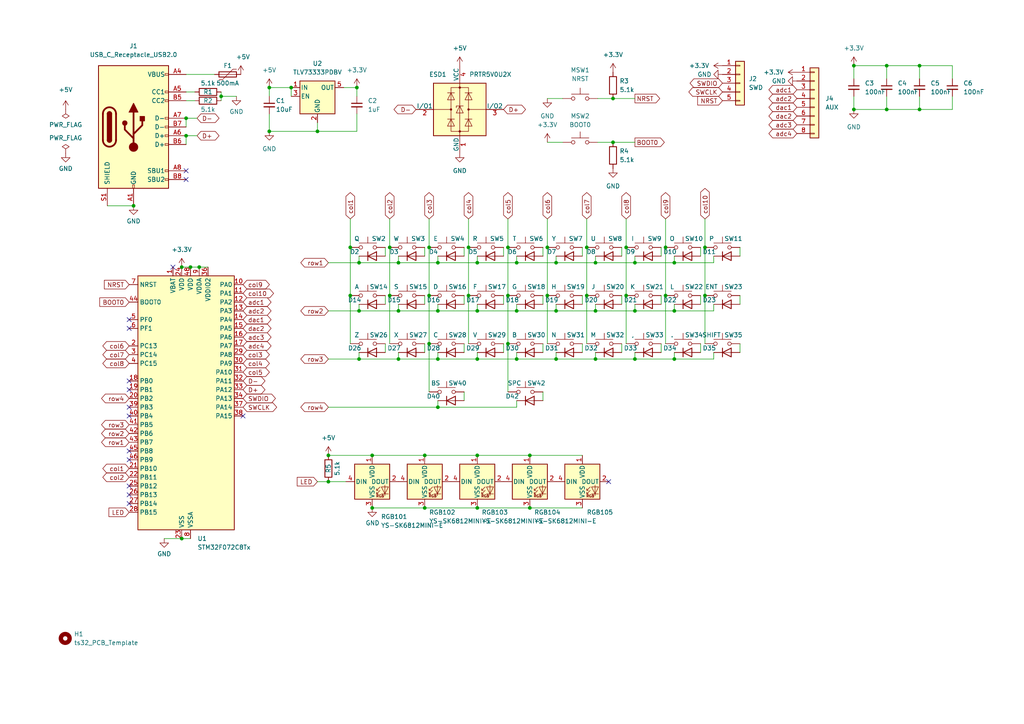
<source format=kicad_sch>
(kicad_sch (version 20230121) (generator eeschema)
  (paper "A4")
  (title_block (title "Treadstone32") (date "2024-01-03") (rev "2.0.0"))
  (lib_symbols
    (symbol "Connector:USB_C_Receptacle_USB2.0" (pin_names (offset 1.016))
      (property "Reference" "J" (at -10.16 19.05 0))
      (property "Value" "USB_C_Receptacle_USB2.0" (at 19.05 19.05 0))
      (symbol "USB_C_Receptacle_USB2.0_1_1"
        (pin passive line (at 0 -22.86 90) (length 5.08) (name "GND") (number "A1"))
        (pin passive line (at 0 -22.86 90) (length 5.08) hide (name "GND") (number "A12"))
        (pin passive line (at 15.24 15.24 180) (length 5.08) (name "VBUS") (number "A4"))
        (pin bidirectional line (at 15.24 10.16 180) (length 5.08) (name "CC1") (number "A5"))
        (pin bidirectional line (at 15.24 -2.54 180) (length 5.08) (name "D+") (number "A6"))
        (pin bidirectional line (at 15.24 2.54 180) (length 5.08) (name "D-") (number "A7"))
        (pin bidirectional line (at 15.24 -12.7 180) (length 5.08) (name "SBU1") (number "A8"))
        (pin passive line (at 15.24 15.24 180) (length 5.08) hide (name "VBUS") (number "A9"))
        (pin passive line (at 0 -22.86 90) (length 5.08) hide (name "GND") (number "B1"))
        (pin passive line (at 0 -22.86 90) (length 5.08) hide (name "GND") (number "B12"))
        (pin passive line (at 15.24 15.24 180) (length 5.08) hide (name "VBUS") (number "B4"))
        (pin bidirectional line (at 15.24 7.62 180) (length 5.08) (name "CC2") (number "B5"))
        (pin bidirectional line (at 15.24 -5.08 180) (length 5.08) (name "D+") (number "B6"))
        (pin bidirectional line (at 15.24 0 180) (length 5.08) (name "D-") (number "B7"))
        (pin bidirectional line (at 15.24 -15.24 180) (length 5.08) (name "SBU2") (number "B8"))
        (pin passive line (at 15.24 15.24 180) (length 5.08) hide (name "VBUS") (number "B9"))
        (pin passive line (at -7.62 -22.86 90) (length 5.08) (name "SHIELD") (number "S1"))
      )
    )
    (symbol "Connector_Generic:Conn_01x05" (pin_names (offset 1.016) hide)
      (property "Reference" "J" (at 0 7.62 0))
      (property "Value" "Conn_01x05" (at 0 -7.62 0))
      (symbol "Conn_01x05_1_1"
        (pin passive line (at -5.08 5.08 0) (length 3.81) (name "Pin_1") (number "1"))
        (pin passive line (at -5.08 2.54 0) (length 3.81) (name "Pin_2") (number "2"))
        (pin passive line (at -5.08 0 0) (length 3.81) (name "Pin_3") (number "3"))
        (pin passive line (at -5.08 -2.54 0) (length 3.81) (name "Pin_4") (number "4"))
        (pin passive line (at -5.08 -5.08 0) (length 3.81) (name "Pin_5") (number "5"))
      )
    )
    (symbol "Connector_Generic:Conn_01x08" (pin_names (offset 1.016) hide)
      (property "Reference" "J" (at 0 10.16 0))
      (property "Value" "Conn_01x08" (at 0 -12.7 0))
      (symbol "Conn_01x08_1_1"
        (pin passive line (at -5.08 7.62 0) (length 3.81) (name "Pin_1") (number "1"))
        (pin passive line (at -5.08 5.08 0) (length 3.81) (name "Pin_2") (number "2"))
        (pin passive line (at -5.08 2.54 0) (length 3.81) (name "Pin_3") (number "3"))
        (pin passive line (at -5.08 0 0) (length 3.81) (name "Pin_4") (number "4"))
        (pin passive line (at -5.08 -2.54 0) (length 3.81) (name "Pin_5") (number "5"))
        (pin passive line (at -5.08 -5.08 0) (length 3.81) (name "Pin_6") (number "6"))
        (pin passive line (at -5.08 -7.62 0) (length 3.81) (name "Pin_7") (number "7"))
        (pin passive line (at -5.08 -10.16 0) (length 3.81) (name "Pin_8") (number "8"))
      )
    )
    (symbol "Device:C_Small" (pin_numbers hide) (pin_names (offset 0.254) hide)
      (property "Reference" "C" (at 0.254 1.778 0))
      (property "Value" "C_Small" (at 0.254 -2.032 0))
      (symbol "C_Small_1_1"
        (pin passive line (at 0 2.54 270) (length 2.032) (name "~") (number "1"))
        (pin passive line (at 0 -2.54 90) (length 2.032) (name "~") (number "2"))
      )
    )
    (symbol "Device:Polyfuse" (pin_numbers hide) (pin_names (offset 0))
      (property "Reference" "F" (at -2.54 0 90))
      (property "Value" "Polyfuse" (at 2.54 0 90))
      (symbol "Polyfuse_1_1"
        (pin passive line (at 0 3.81 270) (length 1.27) (name "~") (number "1"))
        (pin passive line (at 0 -3.81 90) (length 1.27) (name "~") (number "2"))
      )
    )
    (symbol "Device:R" (pin_numbers hide) (pin_names (offset 0))
      (property "Reference" "R" (at 2.032 0 90))
      (property "Value" "R" (at 0 0 90))
      (symbol "R_1_1"
        (pin passive line (at 0 3.81 270) (length 1.27) (name "~") (number "1"))
        (pin passive line (at 0 -3.81 90) (length 1.27) (name "~") (number "2"))
      )
    )
    (symbol "Diode:1N4148W" (pin_numbers hide) (pin_names hide)
      (property "Reference" "D" (at 0 2.54 0))
      (property "Value" "1N4148W" (at 0 -2.54 0))
      (symbol "1N4148W_1_1"
        (pin passive line (at -3.81 0 0) (length 2.54) (name "K") (number "1"))
        (pin passive line (at 3.81 0 180) (length 2.54) (name "A") (number "2"))
      )
    )
    (symbol "LED:WS2812B" (pin_names (offset 0.254))
      (property "Reference" "D" (at 5.08 5.715 0))
      (property "Value" "WS2812B" (at 1.27 -5.715 0))
      (symbol "WS2812B_0_0"
        (text "RGB" (at 2.286 -4.191 0) (effects (font (size 0.762 0.762))))
      )
      (symbol "WS2812B_1_1"
        (pin power_in line (at 0 7.62 270) (length 2.54) (name "VDD") (number "1"))
        (pin output line (at 7.62 0 180) (length 2.54) (name "DOUT") (number "2"))
        (pin power_in line (at 0 -7.62 90) (length 2.54) (name "VSS") (number "3"))
        (pin input line (at -7.62 0 0) (length 2.54) (name "DIN") (number "4"))
      )
    )
    (symbol "MCU_ST_STM32F0:STM32F072C8Tx"
      (property "Reference" "U" (at -12.7 39.37 0))
      (property "Value" "STM32F072C8Tx" (at 10.16 39.37 0))
      (symbol "STM32F072C8Tx_1_1"
        (pin power_in line (at -2.54 40.64 270) (length 2.54) (name "VBAT") (number "1"))
        (pin bidirectional line (at 17.78 35.56 180) (length 2.54) (name "PA0") (number "10"))
        (pin bidirectional line (at 17.78 33.02 180) (length 2.54) (name "PA1") (number "11"))
        (pin bidirectional line (at 17.78 30.48 180) (length 2.54) (name "PA2") (number "12"))
        (pin bidirectional line (at 17.78 27.94 180) (length 2.54) (name "PA3") (number "13"))
        (pin bidirectional line (at 17.78 25.4 180) (length 2.54) (name "PA4") (number "14"))
        (pin bidirectional line (at 17.78 22.86 180) (length 2.54) (name "PA5") (number "15"))
        (pin bidirectional line (at 17.78 20.32 180) (length 2.54) (name "PA6") (number "16"))
        (pin bidirectional line (at 17.78 17.78 180) (length 2.54) (name "PA7") (number "17"))
        (pin bidirectional line (at -15.24 7.62 0) (length 2.54) (name "PB0") (number "18"))
        (pin bidirectional line (at -15.24 5.08 0) (length 2.54) (name "PB1") (number "19"))
        (pin bidirectional line (at -15.24 17.78 0) (length 2.54) (name "PC13") (number "2"))
        (pin bidirectional line (at -15.24 2.54 0) (length 2.54) (name "PB2") (number "20"))
        (pin bidirectional line (at -15.24 -17.78 0) (length 2.54) (name "PB10") (number "21"))
        (pin bidirectional line (at -15.24 -20.32 0) (length 2.54) (name "PB11") (number "22"))
        (pin power_in line (at 0 -38.1 90) (length 2.54) (name "VSS") (number "23"))
        (pin power_in line (at 0 40.64 270) (length 2.54) (name "VDD") (number "24"))
        (pin bidirectional line (at -15.24 -22.86 0) (length 2.54) (name "PB12") (number "25"))
        (pin bidirectional line (at -15.24 -25.4 0) (length 2.54) (name "PB13") (number "26"))
        (pin bidirectional line (at -15.24 -27.94 0) (length 2.54) (name "PB14") (number "27"))
        (pin bidirectional line (at -15.24 -30.48 0) (length 2.54) (name "PB15") (number "28"))
        (pin bidirectional line (at 17.78 15.24 180) (length 2.54) (name "PA8") (number "29"))
        (pin bidirectional line (at -15.24 15.24 0) (length 2.54) (name "PC14") (number "3"))
        (pin bidirectional line (at 17.78 12.7 180) (length 2.54) (name "PA9") (number "30"))
        (pin bidirectional line (at 17.78 10.16 180) (length 2.54) (name "PA10") (number "31"))
        (pin bidirectional line (at 17.78 7.62 180) (length 2.54) (name "PA11") (number "32"))
        (pin bidirectional line (at 17.78 5.08 180) (length 2.54) (name "PA12") (number "33"))
        (pin bidirectional line (at 17.78 2.54 180) (length 2.54) (name "PA13") (number "34"))
        (pin passive line (at 0 -38.1 90) (length 2.54) hide (name "VSS") (number "35"))
        (pin power_in line (at 7.62 40.64 270) (length 2.54) (name "VDDIO2") (number "36"))
        (pin bidirectional line (at 17.78 0 180) (length 2.54) (name "PA14") (number "37"))
        (pin bidirectional line (at 17.78 -2.54 180) (length 2.54) (name "PA15") (number "38"))
        (pin bidirectional line (at -15.24 0 0) (length 2.54) (name "PB3") (number "39"))
        (pin bidirectional line (at -15.24 12.7 0) (length 2.54) (name "PC15") (number "4"))
        (pin bidirectional line (at -15.24 -2.54 0) (length 2.54) (name "PB4") (number "40"))
        (pin bidirectional line (at -15.24 -5.08 0) (length 2.54) (name "PB5") (number "41"))
        (pin bidirectional line (at -15.24 -7.62 0) (length 2.54) (name "PB6") (number "42"))
        (pin bidirectional line (at -15.24 -10.16 0) (length 2.54) (name "PB7") (number "43"))
        (pin input line (at -15.24 30.48 0) (length 2.54) (name "BOOT0") (number "44"))
        (pin bidirectional line (at -15.24 -12.7 0) (length 2.54) (name "PB8") (number "45"))
        (pin bidirectional line (at -15.24 -15.24 0) (length 2.54) (name "PB9") (number "46"))
        (pin passive line (at 0 -38.1 90) (length 2.54) hide (name "VSS") (number "47"))
        (pin power_in line (at 2.54 40.64 270) (length 2.54) (name "VDD") (number "48"))
        (pin bidirectional line (at -15.24 25.4 0) (length 2.54) (name "PF0") (number "5"))
        (pin bidirectional line (at -15.24 22.86 0) (length 2.54) (name "PF1") (number "6"))
        (pin input line (at -15.24 35.56 0) (length 2.54) (name "NRST") (number "7"))
        (pin power_in line (at 2.54 -38.1 90) (length 2.54) (name "VSSA") (number "8"))
        (pin power_in line (at 5.08 40.64 270) (length 2.54) (name "VDDA") (number "9"))
      )
    )
    (symbol "Mechanical:MountingHole" (pin_names (offset 1.016))
      (property "Reference" "H" (at 0 5.08 0))
      (property "Value" "MountingHole" (at 0 3.175 0))
    )
    (symbol "Power_Protection:PRTR5V0U2X" (pin_names (offset 0))
      (property "Reference" "D" (at 2.794 8.636 0))
      (property "Value" "PRTR5V0U2X" (at 8.128 -9.398 0))
      (symbol "PRTR5V0U2X_1_1"
        (pin passive line (at 0 -12.7 90) (length 5.08) (name "GND") (number "1"))
        (pin passive line (at -12.7 0 0) (length 5.08) (name "I/O1") (number "2"))
        (pin passive line (at 12.7 0 180) (length 5.08) (name "I/O2") (number "3"))
        (pin passive line (at 0 12.7 270) (length 5.08) (name "VCC") (number "4"))
      )
    )
    (symbol "Regulator_Linear:TLV73333PDBV" (pin_names (offset 0.254))
      (property "Reference" "U" (at -3.81 5.715 0))
      (property "Value" "TLV73333PDBV" (at 0 5.715 0))
      (symbol "TLV73333PDBV_1_1"
        (pin power_in line (at -7.62 2.54 0) (length 2.54) (name "IN") (number "1"))
        (pin power_in line (at 0 -7.62 90) (length 2.54) (name "GND") (number "2"))
        (pin input line (at -7.62 0 0) (length 2.54) (name "EN") (number "3"))
        (pin no_connect line (at 5.08 0 180) (length 2.54) hide (name "NC") (number "4"))
        (pin power_out line (at 7.62 2.54 180) (length 2.54) (name "OUT") (number "5"))
      )
    )
    (symbol "Switch:SW_Push" (pin_numbers hide) (pin_names (offset 1.016) hide)
      (property "Reference" "SW" (at 1.27 2.54 0))
      (property "Value" "SW_Push" (at 0 -1.524 0))
      (symbol "SW_Push_0_1"
        (pin passive line (at -5.08 0 0) (length 2.54) (name "1") (number "1"))
        (pin passive line (at 5.08 0 180) (length 2.54) (name "2") (number "2"))
      )
    )
    (symbol "power:+3.3V" (power) (pin_names (offset 0))
      (property "Value" "+3.3V" (at 0 3.556 0))
      (symbol "+3.3V_1_1"
        (pin power_in line (at 0 0 90) (length 0) hide (name "+3.3V") (number "1"))
      )
    )
    (symbol "power:+5V" (power) (pin_names (offset 0))
      (property "Value" "+5V" (at 0 3.556 0))
      (symbol "+5V_1_1"
        (pin power_in line (at 0 0 90) (length 0) hide (name "+5V") (number "1"))
      )
    )
    (symbol "power:GND" (power) (pin_names (offset 0))
      (property "Value" "GND" (at 0 -3.81 0))
      (symbol "GND_1_1"
        (pin power_in line (at 0 0 270) (length 0) hide (name "GND") (number "1"))
      )
    )
    (symbol "power:PWR_FLAG" (power) (pin_numbers hide) (pin_names (offset 0) hide)
      (property "Value" "PWR_FLAG" (at 0 3.81 0))
      (symbol "PWR_FLAG_0_0"
        (pin power_out line (at 0 0 90) (length 0) (name "pwr") (number "1"))
      )
    )
  )
  (junction (at 247.65 19.05))
  (junction (at 177.8 28.575))
  (junction (at 53.975 39.37))
  (junction (at 95.25 139.7))
  (junction (at 127 90.17))
  (junction (at 115.57 76.2))
  (junction (at 266.7 19.05))
  (junction (at 55.245 77.47))
  (junction (at 170.18 85.725))
  (junction (at 103.505 25.4))
  (junction (at 161.29 104.14))
  (junction (at 149.86 76.2))
  (junction (at 138.43 147.32))
  (junction (at 138.43 132.08))
  (junction (at 149.86 90.17))
  (junction (at 107.95 147.32))
  (junction (at 172.72 104.14))
  (junction (at 184.15 104.14))
  (junction (at 123.19 147.32))
  (junction (at 84.455 25.4))
  (junction (at 193.04 71.755))
  (junction (at 135.89 85.725))
  (junction (at 158.75 71.755))
  (junction (at 138.43 76.2))
  (junction (at 123.19 132.08))
  (junction (at 195.58 104.14))
  (junction (at 147.32 85.725))
  (junction (at 138.43 90.17))
  (junction (at 193.04 85.725))
  (junction (at 113.03 85.725))
  (junction (at 104.14 104.14))
  (junction (at 177.8 41.275))
  (junction (at 257.175 19.05))
  (junction (at 115.57 90.17))
  (junction (at 153.67 132.08))
  (junction (at 161.29 76.2))
  (junction (at 127 118.11))
  (junction (at 113.03 71.755))
  (junction (at 78.105 25.4))
  (junction (at 184.15 90.17))
  (junction (at 127 76.2))
  (junction (at 124.46 71.755))
  (junction (at 38.735 59.69))
  (junction (at 181.61 85.725))
  (junction (at 170.18 71.755))
  (junction (at 172.72 76.2))
  (junction (at 57.785 77.47))
  (junction (at 52.705 77.47))
  (junction (at 115.57 104.14))
  (junction (at 95.25 132.08))
  (junction (at 104.14 90.17))
  (junction (at 247.65 31.75))
  (junction (at 172.72 90.17))
  (junction (at 101.6 71.755))
  (junction (at 53.975 34.29))
  (junction (at 153.67 147.32))
  (junction (at 124.46 99.695))
  (junction (at 184.15 76.2))
  (junction (at 101.6 85.725))
  (junction (at 147.32 71.755))
  (junction (at 195.58 76.2))
  (junction (at 64.135 27.94))
  (junction (at 107.95 132.08))
  (junction (at 149.86 104.14))
  (junction (at 127 104.14))
  (junction (at 161.29 90.17))
  (junction (at 138.43 104.14))
  (junction (at 147.32 99.695))
  (junction (at 266.7 31.75))
  (junction (at 78.105 38.1))
  (junction (at 124.46 85.725))
  (junction (at 135.89 71.755))
  (junction (at 195.58 90.17))
  (junction (at 158.75 85.725))
  (junction (at 204.47 71.755))
  (junction (at 92.075 38.1))
  (junction (at 257.175 31.75))
  (junction (at 204.47 85.725))
  (junction (at 52.705 156.21))
  (junction (at 104.14 76.2))
  (junction (at 181.61 71.755))
  (no_connect (at 37.465 130.81))
  (no_connect (at 37.465 92.71))
  (no_connect (at 37.465 143.51))
  (no_connect (at 37.465 95.25))
  (no_connect (at 70.485 120.65))
  (no_connect (at 37.465 120.65))
  (no_connect (at 50.165 77.47))
  (no_connect (at 37.465 133.35))
  (no_connect (at 37.465 118.11))
  (no_connect (at 37.465 113.03))
  (no_connect (at 37.465 110.49))
  (no_connect (at 37.465 140.97))
  (no_connect (at 176.53 139.7))
  (no_connect (at 37.465 146.05))
  (no_connect (at 53.975 52.07))
  (no_connect (at 53.975 49.53))
  (wire (pts (xy 204.47 85.725) (xy 204.47 99.695)))
  (wire (pts (xy 146.05 99.695) (xy 146.05 102.235)))
  (wire (pts (xy 207.01 102.235) (xy 207.01 104.14)))
  (wire (pts (xy 135.89 85.725) (xy 135.89 99.695)))
  (wire (pts (xy 104.14 74.295) (xy 104.14 76.2)))
  (wire (pts (xy 135.89 63.5) (xy 135.89 71.755)))
  (wire (pts (xy 115.57 104.14) (xy 127 104.14)))
  (wire (pts (xy 149.86 116.205) (xy 149.86 118.11)))
  (wire (pts (xy 113.03 63.5) (xy 113.03 71.755)))
  (wire (pts (xy 172.72 76.2) (xy 184.15 76.2)))
  (wire (pts (xy 180.34 99.695) (xy 180.34 102.235)))
  (wire (pts (xy 107.95 132.08) (xy 123.19 132.08)))
  (wire (pts (xy 247.65 19.05) (xy 247.65 22.86)))
  (wire (pts (xy 113.03 71.755) (xy 113.03 85.725)))
  (wire (pts (xy 153.67 147.32) (xy 138.43 147.32)))
  (wire (pts (xy 95.25 76.2) (xy 104.14 76.2)))
  (wire (pts (xy 158.75 85.725) (xy 158.75 99.695)))
  (wire (pts (xy 184.15 76.2) (xy 195.58 76.2)))
  (wire (pts (xy 124.46 85.725) (xy 124.46 99.695)))
  (wire (pts (xy 214.63 71.755) (xy 214.63 74.295)))
  (wire (pts (xy 214.63 99.695) (xy 214.63 102.235)))
  (wire (pts (xy 111.76 99.695) (xy 111.76 102.235)))
  (wire (pts (xy 177.8 28.575) (xy 184.15 28.575)))
  (wire (pts (xy 78.105 27.94) (xy 78.105 25.4)))
  (wire (pts (xy 53.975 34.29) (xy 53.975 36.83)))
  (wire (pts (xy 124.46 99.695) (xy 124.46 113.665)))
  (wire (pts (xy 184.15 102.235) (xy 184.15 104.14)))
  (wire (pts (xy 207.01 88.265) (xy 207.01 90.17)))
  (wire (pts (xy 92.075 139.7) (xy 95.25 139.7)))
  (wire (pts (xy 195.58 88.265) (xy 195.58 90.17)))
  (wire (pts (xy 52.705 156.21) (xy 55.245 156.21)))
  (wire (pts (xy 123.19 132.08) (xy 138.43 132.08)))
  (wire (pts (xy 158.75 63.5) (xy 158.75 71.755)))
  (wire (pts (xy 168.91 71.755) (xy 168.91 74.295)))
  (wire (pts (xy 127 76.2) (xy 138.43 76.2)))
  (wire (pts (xy 104.14 88.265) (xy 104.14 90.17)))
  (wire (pts (xy 193.04 85.725) (xy 193.04 99.695)))
  (wire (pts (xy 266.7 19.05) (xy 276.225 19.05)))
  (wire (pts (xy 127 90.17) (xy 138.43 90.17)))
  (wire (pts (xy 180.34 85.725) (xy 180.34 88.265)))
  (wire (pts (xy 157.48 71.755) (xy 157.48 74.295)))
  (wire (pts (xy 149.86 76.2) (xy 161.29 76.2)))
  (wire (pts (xy 123.19 99.695) (xy 123.19 102.235)))
  (wire (pts (xy 161.29 74.295) (xy 161.29 76.2)))
  (wire (pts (xy 104.14 102.235) (xy 104.14 104.14)))
  (wire (pts (xy 138.43 76.2) (xy 149.86 76.2)))
  (wire (pts (xy 181.61 71.755) (xy 181.61 85.725)))
  (wire (pts (xy 172.72 90.17) (xy 184.15 90.17)))
  (wire (pts (xy 172.72 104.14) (xy 184.15 104.14)))
  (wire (pts (xy 78.105 33.02) (xy 78.105 38.1)))
  (wire (pts (xy 138.43 102.235) (xy 138.43 104.14)))
  (wire (pts (xy 147.32 71.755) (xy 147.32 85.725)))
  (wire (pts (xy 203.2 71.755) (xy 203.2 74.295)))
  (wire (pts (xy 266.7 31.75) (xy 276.225 31.75)))
  (wire (pts (xy 123.19 147.32) (xy 107.95 147.32)))
  (wire (pts (xy 147.32 85.725) (xy 147.32 99.695)))
  (wire (pts (xy 276.225 19.05) (xy 276.225 22.86)))
  (wire (pts (xy 170.18 71.755) (xy 170.18 85.725)))
  (wire (pts (xy 138.43 104.14) (xy 149.86 104.14)))
  (wire (pts (xy 103.505 33.02) (xy 103.505 38.1)))
  (wire (pts (xy 101.6 71.755) (xy 101.6 85.725)))
  (wire (pts (xy 95.25 139.7) (xy 100.33 139.7)))
  (wire (pts (xy 195.58 90.17) (xy 207.01 90.17)))
  (wire (pts (xy 111.76 85.725) (xy 111.76 88.265)))
  (wire (pts (xy 99.695 25.4) (xy 103.505 25.4)))
  (wire (pts (xy 257.175 19.05) (xy 266.7 19.05)))
  (wire (pts (xy 247.65 19.05) (xy 257.175 19.05)))
  (wire (pts (xy 146.05 85.725) (xy 146.05 88.265)))
  (wire (pts (xy 84.455 25.4) (xy 84.455 27.94)))
  (wire (pts (xy 266.7 31.75) (xy 266.7 27.94)))
  (wire (pts (xy 158.75 71.755) (xy 158.75 85.725)))
  (wire (pts (xy 177.8 41.275) (xy 184.15 41.275)))
  (wire (pts (xy 170.18 63.5) (xy 170.18 71.755)))
  (wire (pts (xy 173.355 28.575) (xy 177.8 28.575)))
  (wire (pts (xy 161.29 88.265) (xy 161.29 90.17)))
  (wire (pts (xy 191.77 99.695) (xy 191.77 102.235)))
  (wire (pts (xy 47.625 156.21) (xy 52.705 156.21)))
  (wire (pts (xy 203.2 99.695) (xy 203.2 102.235)))
  (wire (pts (xy 247.65 31.75) (xy 257.175 31.75)))
  (wire (pts (xy 78.105 25.4) (xy 84.455 25.4)))
  (wire (pts (xy 157.48 113.665) (xy 157.48 116.205)))
  (wire (pts (xy 53.975 39.37) (xy 57.15 39.37)))
  (wire (pts (xy 127 118.11) (xy 149.86 118.11)))
  (wire (pts (xy 158.75 41.275) (xy 163.195 41.275)))
  (wire (pts (xy 195.58 76.2) (xy 207.01 76.2)))
  (wire (pts (xy 134.62 113.665) (xy 134.62 116.205)))
  (wire (pts (xy 161.29 76.2) (xy 172.72 76.2)))
  (wire (pts (xy 257.175 31.75) (xy 257.175 27.94)))
  (wire (pts (xy 115.57 88.265) (xy 115.57 90.17)))
  (wire (pts (xy 161.29 102.235) (xy 161.29 104.14)))
  (wire (pts (xy 153.67 132.08) (xy 168.91 132.08)))
  (wire (pts (xy 104.14 76.2) (xy 115.57 76.2)))
  (wire (pts (xy 92.075 38.1) (xy 92.075 35.56)))
  (wire (pts (xy 191.77 85.725) (xy 191.77 88.265)))
  (wire (pts (xy 127 74.295) (xy 127 76.2)))
  (wire (pts (xy 57.785 77.47) (xy 60.325 77.47)))
  (wire (pts (xy 204.47 63.5) (xy 204.47 71.755)))
  (wire (pts (xy 193.04 63.5) (xy 193.04 71.755)))
  (wire (pts (xy 113.03 85.725) (xy 113.03 99.695)))
  (wire (pts (xy 95.25 90.17) (xy 104.14 90.17)))
  (wire (pts (xy 104.14 90.17) (xy 115.57 90.17)))
  (wire (pts (xy 138.43 90.17) (xy 149.86 90.17)))
  (wire (pts (xy 172.72 102.235) (xy 172.72 104.14)))
  (wire (pts (xy 184.15 88.265) (xy 184.15 90.17)))
  (wire (pts (xy 64.135 27.94) (xy 68.58 27.94)))
  (wire (pts (xy 55.245 77.47) (xy 57.785 77.47)))
  (wire (pts (xy 149.86 90.17) (xy 161.29 90.17)))
  (wire (pts (xy 147.32 63.5) (xy 147.32 71.755)))
  (wire (pts (xy 157.48 85.725) (xy 157.48 88.265)))
  (wire (pts (xy 95.25 118.11) (xy 127 118.11)))
  (wire (pts (xy 127 104.14) (xy 138.43 104.14)))
  (wire (pts (xy 134.62 71.755) (xy 134.62 74.295)))
  (wire (pts (xy 257.175 31.75) (xy 266.7 31.75)))
  (wire (pts (xy 195.58 104.14) (xy 207.01 104.14)))
  (wire (pts (xy 138.43 74.295) (xy 138.43 76.2)))
  (wire (pts (xy 56.515 29.21) (xy 53.975 29.21)))
  (wire (pts (xy 53.975 21.59) (xy 62.23 21.59)))
  (wire (pts (xy 123.19 147.32) (xy 138.43 147.32)))
  (wire (pts (xy 134.62 85.725) (xy 134.62 88.265)))
  (wire (pts (xy 184.15 74.295) (xy 184.15 76.2)))
  (wire (pts (xy 168.91 147.32) (xy 153.67 147.32)))
  (wire (pts (xy 52.705 77.47) (xy 55.245 77.47)))
  (wire (pts (xy 111.76 71.755) (xy 111.76 74.295)))
  (wire (pts (xy 123.19 71.755) (xy 123.19 74.295)))
  (wire (pts (xy 172.72 88.265) (xy 172.72 90.17)))
  (wire (pts (xy 101.6 85.725) (xy 101.6 99.695)))
  (wire (pts (xy 214.63 85.725) (xy 214.63 88.265)))
  (wire (pts (xy 115.57 102.235) (xy 115.57 104.14)))
  (wire (pts (xy 146.05 71.755) (xy 146.05 74.295)))
  (wire (pts (xy 135.89 71.755) (xy 135.89 85.725)))
  (wire (pts (xy 157.48 99.695) (xy 157.48 102.235)))
  (wire (pts (xy 53.975 34.29) (xy 57.15 34.29)))
  (wire (pts (xy 172.72 74.295) (xy 172.72 76.2)))
  (wire (pts (xy 173.355 41.275) (xy 177.8 41.275)))
  (wire (pts (xy 124.46 71.755) (xy 124.46 85.725)))
  (wire (pts (xy 56.515 26.67) (xy 53.975 26.67)))
  (wire (pts (xy 191.77 71.755) (xy 191.77 74.295)))
  (wire (pts (xy 203.2 85.725) (xy 203.2 88.265)))
  (wire (pts (xy 134.62 99.695) (xy 134.62 102.235)))
  (wire (pts (xy 181.61 63.5) (xy 181.61 71.755)))
  (wire (pts (xy 78.105 38.1) (xy 92.075 38.1)))
  (wire (pts (xy 101.6 63.5) (xy 101.6 71.755)))
  (wire (pts (xy 276.225 31.75) (xy 276.225 27.94)))
  (wire (pts (xy 195.58 102.235) (xy 195.58 104.14)))
  (wire (pts (xy 180.34 71.755) (xy 180.34 74.295)))
  (wire (pts (xy 147.32 99.695) (xy 147.32 113.665)))
  (wire (pts (xy 184.15 90.17) (xy 195.58 90.17)))
  (wire (pts (xy 184.15 104.14) (xy 195.58 104.14)))
  (wire (pts (xy 161.29 90.17) (xy 172.72 90.17)))
  (wire (pts (xy 168.91 85.725) (xy 168.91 88.265)))
  (wire (pts (xy 158.75 28.575) (xy 163.195 28.575)))
  (wire (pts (xy 266.7 19.05) (xy 266.7 22.86)))
  (wire (pts (xy 195.58 74.295) (xy 195.58 76.2)))
  (wire (pts (xy 149.86 104.14) (xy 161.29 104.14)))
  (wire (pts (xy 149.86 102.235) (xy 149.86 104.14)))
  (wire (pts (xy 95.25 132.08) (xy 107.95 132.08)))
  (wire (pts (xy 64.135 27.94) (xy 64.135 29.21)))
  (wire (pts (xy 95.25 104.14) (xy 104.14 104.14)))
  (wire (pts (xy 170.18 85.725) (xy 170.18 99.695)))
  (wire (pts (xy 257.175 19.05) (xy 257.175 22.86)))
  (wire (pts (xy 115.57 90.17) (xy 127 90.17)))
  (wire (pts (xy 115.57 76.2) (xy 127 76.2)))
  (wire (pts (xy 124.46 63.5) (xy 124.46 71.755)))
  (wire (pts (xy 168.91 99.695) (xy 168.91 102.235)))
  (wire (pts (xy 64.135 27.94) (xy 64.135 26.67)))
  (wire (pts (xy 181.61 85.725) (xy 181.61 99.695)))
  (wire (pts (xy 115.57 74.295) (xy 115.57 76.2)))
  (wire (pts (xy 53.975 39.37) (xy 53.975 41.91)))
  (wire (pts (xy 247.65 27.94) (xy 247.65 31.75)))
  (wire (pts (xy 193.04 71.755) (xy 193.04 85.725)))
  (wire (pts (xy 161.29 104.14) (xy 172.72 104.14)))
  (wire (pts (xy 123.19 85.725) (xy 123.19 88.265)))
  (wire (pts (xy 204.47 71.755) (xy 204.47 85.725)))
  (wire (pts (xy 31.115 59.69) (xy 38.735 59.69)))
  (wire (pts (xy 127 116.205) (xy 127 118.11)))
  (wire (pts (xy 149.86 88.265) (xy 149.86 90.17)))
  (wire (pts (xy 138.43 132.08) (xy 153.67 132.08)))
  (wire (pts (xy 207.01 74.295) (xy 207.01 76.2)))
  (wire (pts (xy 127 88.265) (xy 127 90.17)))
  (wire (pts (xy 138.43 88.265) (xy 138.43 90.17)))
  (wire (pts (xy 104.14 104.14) (xy 115.57 104.14)))
  (wire (pts (xy 149.86 74.295) (xy 149.86 76.2)))
  (wire (pts (xy 103.505 25.4) (xy 103.505 27.94)))
  (wire (pts (xy 92.075 38.1) (xy 103.505 38.1)))
  (wire (pts (xy 127 102.235) (xy 127 104.14)))
  (global_label "dac2" (shape bidirectional) (at 70.485 95.25 0) (property "Intersheetrefs" "${INTERSHEET_REFS}" (effects hide)))
  (global_label "col2" (shape bidirectional) (at 113.03 63.5 90) (property "Intersheetrefs" "${INTERSHEET_REFS}" (effects hide)))
  (global_label "adc4" (shape bidirectional) (at 70.485 100.33 0) (property "Intersheetrefs" "${INTERSHEET_REFS}" (effects hide)))
  (global_label "D-" (shape bidirectional) (at 57.15 34.29 0) (property "Intersheetrefs" "${INTERSHEET_REFS}" (effects hide)))
  (global_label "col10" (shape bidirectional) (at 204.47 63.5 90) (property "Intersheetrefs" "${INTERSHEET_REFS}" (effects hide)))
  (global_label "col3" (shape bidirectional) (at 70.485 102.87 0) (property "Intersheetrefs" "${INTERSHEET_REFS}" (effects hide)))
  (global_label "col4" (shape bidirectional) (at 135.89 63.5 90) (property "Intersheetrefs" "${INTERSHEET_REFS}" (effects hide)))
  (global_label "adc3" (shape bidirectional) (at 70.485 97.79 0) (property "Intersheetrefs" "${INTERSHEET_REFS}" (effects hide)))
  (global_label "LED" (shape input) (at 92.075 139.7 180) (property "Intersheetrefs" "${INTERSHEET_REFS}" (effects hide)))
  (global_label "NRST" (shape input) (at 209.55 29.21 180) (property "Intersheetrefs" "${INTERSHEET_REFS}" (effects hide)))
  (global_label "D+" (shape bidirectional) (at 57.15 39.37 0) (property "Intersheetrefs" "${INTERSHEET_REFS}" (effects hide)))
  (global_label "row2" (shape bidirectional) (at 95.25 90.17 180) (property "Intersheetrefs" "${INTERSHEET_REFS}" (effects hide)))
  (global_label "dac1" (shape bidirectional) (at 70.485 92.71 0) (property "Intersheetrefs" "${INTERSHEET_REFS}" (effects hide)))
  (global_label "NRST" (shape output) (at 184.15 28.575 0) (property "Intersheetrefs" "${INTERSHEET_REFS}" (effects hide)))
  (global_label "col9" (shape bidirectional) (at 70.485 82.55 0) (property "Intersheetrefs" "${INTERSHEET_REFS}" (effects hide)))
  (global_label "row2" (shape bidirectional) (at 37.465 125.73 180) (property "Intersheetrefs" "${INTERSHEET_REFS}" (effects hide)))
  (global_label "row4" (shape bidirectional) (at 95.25 118.11 180) (property "Intersheetrefs" "${INTERSHEET_REFS}" (effects hide)))
  (global_label "col1" (shape bidirectional) (at 101.6 63.5 90) (property "Intersheetrefs" "${INTERSHEET_REFS}" (effects hide)))
  (global_label "row4" (shape bidirectional) (at 37.465 115.57 180) (property "Intersheetrefs" "${INTERSHEET_REFS}" (effects hide)))
  (global_label "col7" (shape bidirectional) (at 37.465 102.87 180) (property "Intersheetrefs" "${INTERSHEET_REFS}" (effects hide)))
  (global_label "SWCLK" (shape bidirectional) (at 70.485 118.11 0) (property "Intersheetrefs" "${INTERSHEET_REFS}" (effects hide)))
  (global_label "NRST" (shape input) (at 37.465 82.55 180) (property "Intersheetrefs" "${INTERSHEET_REFS}" (effects hide)))
  (global_label "col3" (shape bidirectional) (at 124.46 63.5 90) (property "Intersheetrefs" "${INTERSHEET_REFS}" (effects hide)))
  (global_label "dac1" (shape bidirectional) (at 231.14 31.115 180) (property "Intersheetrefs" "${INTERSHEET_REFS}" (effects hide)))
  (global_label "adc2" (shape bidirectional) (at 231.14 28.575 180) (property "Intersheetrefs" "${INTERSHEET_REFS}" (effects hide)))
  (global_label "row3" (shape bidirectional) (at 37.465 123.19 180) (property "Intersheetrefs" "${INTERSHEET_REFS}" (effects hide)))
  (global_label "row3" (shape bidirectional) (at 95.25 104.14 180) (property "Intersheetrefs" "${INTERSHEET_REFS}" (effects hide)))
  (global_label "col4" (shape bidirectional) (at 70.485 105.41 0) (property "Intersheetrefs" "${INTERSHEET_REFS}" (effects hide)))
  (global_label "row1" (shape bidirectional) (at 37.465 128.27 180) (property "Intersheetrefs" "${INTERSHEET_REFS}" (effects hide)))
  (global_label "SWDIO" (shape bidirectional) (at 209.55 24.13 180) (property "Intersheetrefs" "${INTERSHEET_REFS}" (effects hide)))
  (global_label "col6" (shape bidirectional) (at 158.75 63.5 90) (property "Intersheetrefs" "${INTERSHEET_REFS}" (effects hide)))
  (global_label "col8" (shape bidirectional) (at 37.465 105.41 180) (property "Intersheetrefs" "${INTERSHEET_REFS}" (effects hide)))
  (global_label "BOOT0" (shape input) (at 37.465 87.63 180) (property "Intersheetrefs" "${INTERSHEET_REFS}" (effects hide)))
  (global_label "BOOT0" (shape output) (at 184.15 41.275 0) (property "Intersheetrefs" "${INTERSHEET_REFS}" (effects hide)))
  (global_label "col10" (shape bidirectional) (at 70.485 85.09 0) (property "Intersheetrefs" "${INTERSHEET_REFS}" (effects hide)))
  (global_label "adc3" (shape bidirectional) (at 231.14 36.195 180) (property "Intersheetrefs" "${INTERSHEET_REFS}" (effects hide)))
  (global_label "LED" (shape input) (at 37.465 148.59 180) (property "Intersheetrefs" "${INTERSHEET_REFS}" (effects hide)))
  (global_label "D-" (shape bidirectional) (at 70.485 110.49 0) (property "Intersheetrefs" "${INTERSHEET_REFS}" (effects hide)))
  (global_label "D+" (shape bidirectional) (at 146.05 31.75 0) (property "Intersheetrefs" "${INTERSHEET_REFS}" (effects hide)))
  (global_label "row1" (shape bidirectional) (at 95.25 76.2 180) (property "Intersheetrefs" "${INTERSHEET_REFS}" (effects hide)))
  (global_label "col7" (shape bidirectional) (at 170.18 63.5 90) (property "Intersheetrefs" "${INTERSHEET_REFS}" (effects hide)))
  (global_label "dac2" (shape bidirectional) (at 231.14 33.655 180) (property "Intersheetrefs" "${INTERSHEET_REFS}" (effects hide)))
  (global_label "adc2" (shape bidirectional) (at 70.485 90.17 0) (property "Intersheetrefs" "${INTERSHEET_REFS}" (effects hide)))
  (global_label "col1" (shape bidirectional) (at 37.465 135.89 180) (property "Intersheetrefs" "${INTERSHEET_REFS}" (effects hide)))
  (global_label "adc4" (shape bidirectional) (at 231.14 38.735 180) (property "Intersheetrefs" "${INTERSHEET_REFS}" (effects hide)))
  (global_label "col9" (shape bidirectional) (at 193.04 63.5 90) (property "Intersheetrefs" "${INTERSHEET_REFS}" (effects hide)))
  (global_label "col8" (shape bidirectional) (at 181.61 63.5 90) (property "Intersheetrefs" "${INTERSHEET_REFS}" (effects hide)))
  (global_label "col2" (shape bidirectional) (at 37.465 138.43 180) (property "Intersheetrefs" "${INTERSHEET_REFS}" (effects hide)))
  (global_label "col5" (shape bidirectional) (at 147.32 63.5 90) (property "Intersheetrefs" "${INTERSHEET_REFS}" (effects hide)))
  (global_label "adc1" (shape bidirectional) (at 231.14 26.035 180) (property "Intersheetrefs" "${INTERSHEET_REFS}" (effects hide)))
  (global_label "adc1" (shape bidirectional) (at 70.485 87.63 0) (property "Intersheetrefs" "${INTERSHEET_REFS}" (effects hide)))
  (global_label "D-" (shape bidirectional) (at 120.65 31.75 180) (property "Intersheetrefs" "${INTERSHEET_REFS}" (effects hide)))
  (global_label "D+" (shape bidirectional) (at 70.485 113.03 0) (property "Intersheetrefs" "${INTERSHEET_REFS}" (effects hide)))
  (global_label "col6" (shape bidirectional) (at 37.465 100.33 180) (property "Intersheetrefs" "${INTERSHEET_REFS}" (effects hide)))
  (global_label "SWDIO" (shape bidirectional) (at 70.485 115.57 0) (property "Intersheetrefs" "${INTERSHEET_REFS}" (effects hide)))
  (global_label "SWCLK" (shape bidirectional) (at 209.55 26.67 180) (property "Intersheetrefs" "${INTERSHEET_REFS}" (effects hide)))
  (global_label "col5" (shape bidirectional) (at 70.485 107.95 0) (property "Intersheetrefs" "${INTERSHEET_REFS}" (effects hide)))
  (symbol (lib_id "Switch:SW_Push") (at 163.83 85.725 0) (unit 1)
    (property "Reference" "SW19" (at 167.005 83.185 0))
    (property "Value" "H" (at 160.655 83.185 0))
    (property "Footprint" "ai03.MX_Hotswap:MX-Hotswap-1U_F" (effects hide))
    (property "LCSC" "C5156480" (effects hide))
  )
  (symbol (lib_id "Switch:SW_Push") (at 152.4 99.695 0) (unit 1)
    (property "Reference" "SW30" (at 155.575 97.155 0))
    (property "Value" "B" (at 149.225 97.155 0))
    (property "Footprint" "ai03.MX_Hotswap:MX-Hotswap-1U_F" (effects hide))
    (property "LCSC" "C5156480" (effects hide))
  )
  (symbol (lib_id "Diode:1N4148W") (at 107.95 74.295 0) (unit 1)
    (property "Reference" "D2" (at 102.87 73.025 0))
    (property "Value" "D" (effects hide))
    (property "Footprint" "Diode_SMD:D_SOD-123" (effects hide))
    (property "Datasheet" "https://www.vishay.com/docs/85748/1n4148w.pdf" (effects hide))
    (property "LCSC" "C81598" (effects hide))
    (property "Sim.Device" "D" (effects hide))
    (property "Sim.Pins" "1=K 2=A" (effects hide))
  )
  (symbol (lib_id "Diode:1N4148W") (at 199.39 88.265 0) (unit 1)
    (property "Reference" "D22" (at 194.31 86.995 0))
    (property "Value" "D" (effects hide))
    (property "Footprint" "Diode_SMD:D_SOD-123" (effects hide))
    (property "Datasheet" "https://www.vishay.com/docs/85748/1n4148w.pdf" (effects hide))
    (property "LCSC" "C81598" (effects hide))
    (property "Sim.Device" "D" (effects hide))
    (property "Sim.Pins" "1=K 2=A" (effects hide))
  )
  (symbol (lib_id "Switch:SW_Push") (at 168.275 28.575 0) (unit 1) (in_bom no)
    (property "Reference" "MSW1" (at 168.275 20.32 0))
    (property "Value" "NRST" (at 168.275 22.86 0))
    (property "Footprint" "Marksard_Keyboard:TVBP06-B043CB" (effects hide))
  )
  (symbol (lib_id "LED:WS2812B") (at 107.95 139.7 0) (unit 1)
    (property "Reference" "RGB101" (at 110.49 149.86 0) (effects (justify left)))
    (property "Value" "YS-SK6812MINI-E" (at 110.49 152.4 0) (effects (justify left)))
    (property "Footprint" "Marksard_Keyboard:YS-SK6812MINI-E_undergrow" (effects hide))
    (property "Datasheet" "https://cdn-shop.adafruit.com/datasheets/WS2812B.pdf" (effects hide))
    (property "LCSC" "C5378731" (effects hide))
  )
  (symbol (lib_id "Switch:SW_Push") (at 209.55 99.695 0) (unit 1)
    (property "Reference" "SW35" (at 212.725 97.155 0))
    (property "Value" "SHIFT" (at 206.375 97.155 0))
    (property "Footprint" "ai03.MX_Hotswap:MX-Hotswap-1U_F" (effects hide))
    (property "LCSC" "C5156480" (effects hide))
  )
  (symbol (lib_id "Switch:SW_Push") (at 198.12 99.695 0) (unit 1)
    (property "Reference" "SW34" (at 201.295 97.155 0))
    (property "Value" "." (at 194.945 97.155 0))
    (property "Footprint" "ai03.MX_Hotswap:MX-Hotswap-1U_F" (effects hide))
    (property "LCSC" "C5156480" (effects hide))
  )
  (symbol (lib_id "Diode:1N4148W") (at 119.38 74.295 0) (unit 1)
    (property "Reference" "D3" (at 114.3 73.025 0))
    (property "Value" "D" (effects hide))
    (property "Footprint" "Diode_SMD:D_SOD-123" (effects hide))
    (property "Datasheet" "https://www.vishay.com/docs/85748/1n4148w.pdf" (effects hide))
    (property "LCSC" "C81598" (effects hide))
    (property "Sim.Device" "D" (effects hide))
    (property "Sim.Pins" "1=K 2=A" (effects hide))
  )
  (symbol (lib_id "Diode:1N4148W") (at 165.1 88.265 0) (unit 1)
    (property "Reference" "D19" (at 160.02 86.995 0))
    (property "Value" "D" (effects hide))
    (property "Footprint" "Diode_SMD:D_SOD-123" (effects hide))
    (property "Datasheet" "https://www.vishay.com/docs/85748/1n4148w.pdf" (effects hide))
    (property "LCSC" "C81598" (effects hide))
    (property "Sim.Device" "D" (effects hide))
    (property "Sim.Pins" "1=K 2=A" (effects hide))
  )
  (symbol (lib_id "power:GND") (at 133.35 44.45 0) (unit 1)
    (property "Reference" "#PWR012" (effects hide))
    (property "Value" "GND" (at 133.35 49.53 0))
  )
  (symbol (lib_id "Switch:SW_Push") (at 140.97 85.725 0) (unit 1)
    (property "Reference" "SW17" (at 144.145 83.185 0))
    (property "Value" "F" (at 137.795 83.185 0))
    (property "Footprint" "ai03.MX_Hotswap:MX-Hotswap-1U_F" (effects hide))
    (property "LCSC" "C5156480" (effects hide))
  )
  (symbol (lib_id "power:GND") (at 38.735 59.69 0) (unit 1)
    (property "Reference" "#PWR04" (effects hide))
    (property "Value" "GND" (at 38.735 64.135 0))
  )
  (symbol (lib_id "Switch:SW_Push") (at 129.54 71.755 0) (unit 1)
    (property "Reference" "SW4" (at 132.715 69.215 0))
    (property "Value" "E" (at 126.365 69.215 0))
    (property "Footprint" "ai03.MX_Hotswap:MX-Hotswap-1U_F" (effects hide))
    (property "LCSC" "C5156480" (effects hide))
  )
  (symbol (lib_id "LED:WS2812B") (at 138.43 139.7 0) (unit 1)
    (property "Reference" "RGB103" (at 139.7 148.59 0) (effects (justify left)))
    (property "Value" "YS-SK6812MINI-E" (at 139.7 151.13 0) (effects (justify left)))
    (property "Footprint" "Marksard_Keyboard:YS-SK6812MINI-E_undergrow" (effects hide))
    (property "Datasheet" "https://cdn-shop.adafruit.com/datasheets/WS2812B.pdf" (effects hide))
    (property "LCSC" "C5378731" (effects hide))
  )
  (symbol (lib_id "Diode:1N4148W") (at 176.53 74.295 0) (unit 1)
    (property "Reference" "D8" (at 171.45 73.025 0))
    (property "Value" "D" (effects hide))
    (property "Footprint" "Diode_SMD:D_SOD-123" (effects hide))
    (property "Datasheet" "https://www.vishay.com/docs/85748/1n4148w.pdf" (effects hide))
    (property "LCSC" "C81598" (effects hide))
    (property "Sim.Device" "D" (effects hide))
    (property "Sim.Pins" "1=K 2=A" (effects hide))
  )
  (symbol (lib_id "Diode:1N4148W") (at 130.81 74.295 0) (unit 1)
    (property "Reference" "D4" (at 125.73 73.025 0))
    (property "Value" "D" (effects hide))
    (property "Footprint" "Diode_SMD:D_SOD-123" (effects hide))
    (property "Datasheet" "https://www.vishay.com/docs/85748/1n4148w.pdf" (effects hide))
    (property "LCSC" "C81598" (effects hide))
    (property "Sim.Device" "D" (effects hide))
    (property "Sim.Pins" "1=K 2=A" (effects hide))
  )
  (symbol (lib_id "Switch:SW_Push") (at 186.69 71.755 0) (unit 1)
    (property "Reference" "SW9" (at 189.865 69.215 0))
    (property "Value" "I" (at 183.515 69.215 0))
    (property "Footprint" "ai03.MX_Hotswap:MX-Hotswap-1U_F" (effects hide))
    (property "LCSC" "C5156480" (effects hide))
  )
  (symbol (lib_id "power:GND") (at 107.95 147.32 0) (unit 1)
    (property "Reference" "#PWR0102" (effects hide))
    (property "Value" "GND" (at 108.0516 151.6888 0))
  )
  (symbol (lib_id "Diode:1N4148W") (at 107.95 88.265 0) (unit 1)
    (property "Reference" "D14" (at 102.87 86.995 0))
    (property "Value" "D" (effects hide))
    (property "Footprint" "Diode_SMD:D_SOD-123" (effects hide))
    (property "Datasheet" "https://www.vishay.com/docs/85748/1n4148w.pdf" (effects hide))
    (property "LCSC" "C81598" (effects hide))
    (property "Sim.Device" "D" (effects hide))
    (property "Sim.Pins" "1=K 2=A" (effects hide))
  )
  (symbol (lib_id "Diode:1N4148W") (at 142.24 102.235 0) (unit 1)
    (property "Reference" "D29" (at 137.16 100.965 0))
    (property "Value" "D" (effects hide))
    (property "Footprint" "Diode_SMD:D_SOD-123" (effects hide))
    (property "Datasheet" "https://www.vishay.com/docs/85748/1n4148w.pdf" (effects hide))
    (property "LCSC" "C81598" (effects hide))
    (property "Sim.Device" "D" (effects hide))
    (property "Sim.Pins" "1=K 2=A" (effects hide))
  )
  (symbol (lib_id "power:+5V") (at 95.25 132.08 0) (unit 1)
    (property "Reference" "#PWR0103" (effects hide))
    (property "Value" "+5V" (at 95.25 127 0))
  )
  (symbol (lib_id "Diode:1N4148W") (at 153.67 88.265 0) (unit 1)
    (property "Reference" "D18" (at 148.59 86.995 0))
    (property "Value" "D" (effects hide))
    (property "Footprint" "Diode_SMD:D_SOD-123" (effects hide))
    (property "Datasheet" "https://www.vishay.com/docs/85748/1n4148w.pdf" (effects hide))
    (property "LCSC" "C81598" (effects hide))
    (property "Sim.Device" "D" (effects hide))
    (property "Sim.Pins" "1=K 2=A" (effects hide))
  )
  (symbol (lib_id "Regulator_Linear:TLV73333PDBV") (at 92.075 27.94 0) (unit 1)
    (property "Reference" "U2" (at 92.075 18.415 0))
    (property "Value" "TLV73333PDBV" (at 92.075 20.955 0))
    (property "Footprint" "Package_TO_SOT_SMD:SOT-23-5" (effects hide))
    (property "Datasheet" "http://www.ti.com/lit/ds/symlink/tlv733p.pdf" (effects hide))
    (property "LCSC" "C134139" (effects hide))
  )
  (symbol (lib_id "MCU_ST_STM32F0:STM32F072C8Tx") (at 52.705 118.11 0) (unit 1)
    (property "Reference" "U1" (at 57.2644 156.21 0) (effects (justify left)))
    (property "Value" "STM32F072C8Tx" (at 57.2644 158.75 0) (effects (justify left)))
    (property "Footprint" "Package_QFP:LQFP-48_7x7mm_P0.5mm" (effects hide))
    (property "Datasheet" "https://www.st.com/resource/en/datasheet/stm32f072c8.pdf" (effects hide))
    (property "LCSC" "C80488" (effects hide))
  )
  (symbol (lib_id "power:+3.3V") (at 103.505 25.4 0) (unit 1)
    (property "Reference" "#PWR010" (effects hide))
    (property "Value" "+3.3V" (at 103.505 20.32 0))
  )
  (symbol (lib_id "power:GND") (at 47.625 156.21 0) (unit 1)
    (property "Reference" "#PWR03" (effects hide))
    (property "Value" "GND" (at 47.625 160.655 0))
  )
  (symbol (lib_id "power:+3.3V") (at 158.75 41.275 0) (unit 1)
    (property "Reference" "#PWR014" (effects hide))
    (property "Value" "+3.3V" (at 158.75 36.195 0))
  )
  (symbol (lib_id "power:GND") (at 247.65 31.75 0) (unit 1)
    (property "Reference" "#PWR020" (effects hide))
    (property "Value" "GND" (at 247.65 36.83 0))
  )
  (symbol (lib_id "Device:R") (at 177.8 24.765 0) (unit 1)
    (property "Reference" "R3" (at 179.705 23.4949 0) (effects (justify left)))
    (property "Value" "5.1k" (at 179.705 26.0349 0) (effects (justify left)))
    (property "Footprint" "Resistor_SMD:R_0402_1005Metric" (effects hide))
    (property "LCSC" "C23186" (effects hide))
  )
  (symbol (lib_id "Diode:1N4148W") (at 142.24 74.295 0) (unit 1)
    (property "Reference" "D5" (at 137.16 73.025 0))
    (property "Value" "D" (effects hide))
    (property "Footprint" "Diode_SMD:D_SOD-123" (effects hide))
    (property "Datasheet" "https://www.vishay.com/docs/85748/1n4148w.pdf" (effects hide))
    (property "LCSC" "C81598" (effects hide))
    (property "Sim.Device" "D" (effects hide))
    (property "Sim.Pins" "1=K 2=A" (effects hide))
  )
  (symbol (lib_id "Diode:1N4148W") (at 210.82 88.265 0) (unit 1)
    (property "Reference" "D23" (at 205.74 86.995 0))
    (property "Value" "D" (effects hide))
    (property "Footprint" "Diode_SMD:D_SOD-123" (effects hide))
    (property "Datasheet" "https://www.vishay.com/docs/85748/1n4148w.pdf" (effects hide))
    (property "LCSC" "C81598" (effects hide))
    (property "Sim.Device" "D" (effects hide))
    (property "Sim.Pins" "1=K 2=A" (effects hide))
  )
  (symbol (lib_id "Device:R") (at 60.325 29.21 90) (unit 1)
    (property "Reference" "R2" (at 60.325 29.21 90))
    (property "Value" "5.1k" (at 60.325 31.75 90))
    (property "Footprint" "Resistor_SMD:R_0603_1608Metric" (effects hide))
    (property "LCSC" "C23186" (effects hide))
  )
  (symbol (lib_id "Diode:1N4148W") (at 187.96 102.235 0) (unit 1)
    (property "Reference" "D33" (at 182.88 100.965 0))
    (property "Value" "D" (effects hide))
    (property "Footprint" "Diode_SMD:D_SOD-123" (effects hide))
    (property "Datasheet" "https://www.vishay.com/docs/85748/1n4148w.pdf" (effects hide))
    (property "LCSC" "C81598" (effects hide))
    (property "Sim.Device" "D" (effects hide))
    (property "Sim.Pins" "1=K 2=A" (effects hide))
  )
  (symbol (lib_id "Diode:1N4148W") (at 210.82 102.235 0) (unit 1)
    (property "Reference" "D35" (at 205.74 100.965 0))
    (property "Value" "D" (effects hide))
    (property "Footprint" "Diode_SMD:D_SOD-123" (effects hide))
    (property "Datasheet" "https://www.vishay.com/docs/85748/1n4148w.pdf" (effects hide))
    (property "LCSC" "C81598" (effects hide))
    (property "Sim.Device" "D" (effects hide))
    (property "Sim.Pins" "1=K 2=A" (effects hide))
  )
  (symbol (lib_id "Switch:SW_Push") (at 186.69 99.695 0) (unit 1)
    (property "Reference" "SW33" (at 189.865 97.155 0))
    (property "Value" "," (at 183.515 97.155 0))
    (property "Footprint" "ai03.MX_Hotswap:MX-Hotswap-1U_F" (effects hide))
    (property "LCSC" "C5156480" (effects hide))
  )
  (symbol (lib_id "Diode:1N4148W") (at 165.1 74.295 0) (unit 1)
    (property "Reference" "D7" (at 160.02 73.025 0))
    (property "Value" "D" (effects hide))
    (property "Footprint" "Diode_SMD:D_SOD-123" (effects hide))
    (property "Datasheet" "https://www.vishay.com/docs/85748/1n4148w.pdf" (effects hide))
    (property "LCSC" "C81598" (effects hide))
    (property "Sim.Device" "D" (effects hide))
    (property "Sim.Pins" "1=K 2=A" (effects hide))
  )
  (symbol (lib_id "Switch:SW_Push") (at 175.26 71.755 0) (unit 1)
    (property "Reference" "SW8" (at 178.435 69.215 0))
    (property "Value" "U" (at 172.085 69.215 0))
    (property "Footprint" "ai03.MX_Hotswap:MX-Hotswap-1U_F" (effects hide))
    (property "LCSC" "C5156480" (effects hide))
  )
  (symbol (lib_id "power:GND") (at 231.14 23.495 270) (unit 1)
    (property "Reference" "#PWR025" (effects hide))
    (property "Value" "GND" (at 227.965 23.495 90) (effects (justify right)))
  )
  (symbol (lib_id "Diode:1N4148W") (at 210.82 74.295 0) (unit 1)
    (property "Reference" "D11" (at 205.74 73.025 0))
    (property "Value" "D" (effects hide))
    (property "Footprint" "Diode_SMD:D_SOD-123" (effects hide))
    (property "Datasheet" "https://www.vishay.com/docs/85748/1n4148w.pdf" (effects hide))
    (property "LCSC" "C81598" (effects hide))
    (property "Sim.Device" "D" (effects hide))
    (property "Sim.Pins" "1=K 2=A" (effects hide))
  )
  (symbol (lib_id "Diode:1N4148W") (at 153.67 74.295 0) (unit 1)
    (property "Reference" "D6" (at 148.59 73.025 0))
    (property "Value" "D" (effects hide))
    (property "Footprint" "Diode_SMD:D_SOD-123" (effects hide))
    (property "Datasheet" "https://www.vishay.com/docs/85748/1n4148w.pdf" (effects hide))
    (property "LCSC" "C81598" (effects hide))
    (property "Sim.Device" "D" (effects hide))
    (property "Sim.Pins" "1=K 2=A" (effects hide))
  )
  (symbol (lib_id "Switch:SW_Push") (at 118.11 71.755 0) (unit 1)
    (property "Reference" "SW3" (at 121.285 69.215 0))
    (property "Value" "W" (at 114.935 69.215 0))
    (property "Footprint" "ai03.MX_Hotswap:MX-Hotswap-1U_F" (effects hide))
    (property "LCSC" "C5156480" (effects hide))
  )
  (symbol (lib_id "Switch:SW_Push") (at 175.26 99.695 0) (unit 1)
    (property "Reference" "SW32" (at 178.435 97.155 0))
    (property "Value" "M" (at 172.085 97.155 0))
    (property "Footprint" "ai03.MX_Hotswap:MX-Hotswap-1U_F" (effects hide))
    (property "LCSC" "C5156480" (effects hide))
  )
  (symbol (lib_id "Switch:SW_Push") (at 168.275 41.275 0) (unit 1) (in_bom no)
    (property "Reference" "MSW2" (at 168.275 33.655 0))
    (property "Value" "BOOT0" (at 168.275 36.195 0))
    (property "Footprint" "Marksard_Keyboard:TVBP06-B043CB" (effects hide))
  )
  (symbol (lib_id "Mechanical:MountingHole") (at 18.923 185.166 0) (unit 1) (in_bom no)
    (property "Reference" "H1" (at 21.463 183.8959 0) (effects (justify left)))
    (property "Value" "ts32_PCB_Template" (at 21.463 186.4359 0) (effects (justify left)))
    (property "Footprint" "Marksard_Keyboard:ts32_PCB_Template_v2.0.0" (effects hide))
  )
  (symbol (lib_id "Diode:1N4148W") (at 176.53 88.265 0) (unit 1)
    (property "Reference" "D20" (at 171.45 86.995 0))
    (property "Value" "D" (effects hide))
    (property "Footprint" "Diode_SMD:D_SOD-123" (effects hide))
    (property "Datasheet" "https://www.vishay.com/docs/85748/1n4148w.pdf" (effects hide))
    (property "LCSC" "C81598" (effects hide))
    (property "Sim.Device" "D" (effects hide))
    (property "Sim.Pins" "1=K 2=A" (effects hide))
  )
  (symbol (lib_id "Diode:1N4148W") (at 130.81 88.265 0) (unit 1)
    (property "Reference" "D16" (at 125.73 86.995 0))
    (property "Value" "D" (effects hide))
    (property "Footprint" "Diode_SMD:D_SOD-123" (effects hide))
    (property "Datasheet" "https://www.vishay.com/docs/85748/1n4148w.pdf" (effects hide))
    (property "LCSC" "C81598" (effects hide))
    (property "Sim.Device" "D" (effects hide))
    (property "Sim.Pins" "1=K 2=A" (effects hide))
  )
  (symbol (lib_id "Diode:1N4148W") (at 107.95 102.235 0) (unit 1)
    (property "Reference" "D26" (at 102.87 100.965 0))
    (property "Value" "D" (effects hide))
    (property "Footprint" "Diode_SMD:D_SOD-123" (effects hide))
    (property "Datasheet" "https://www.vishay.com/docs/85748/1n4148w.pdf" (effects hide))
    (property "LCSC" "C81598" (effects hide))
    (property "Sim.Device" "D" (effects hide))
    (property "Sim.Pins" "1=K 2=A" (effects hide))
  )
  (symbol (lib_id "power:+3.3V") (at 231.14 20.955 90) (unit 1)
    (property "Reference" "#PWR024" (effects hide))
    (property "Value" "+3.3V" (at 227.33 20.955 90) (effects (justify left)))
  )
  (symbol (lib_id "power:GND") (at 78.105 38.1 0) (unit 1)
    (property "Reference" "#PWR09" (effects hide))
    (property "Value" "GND" (at 78.105 43.18 0))
  )
  (symbol (lib_id "Diode:1N4148W") (at 130.81 116.205 0) (unit 1)
    (property "Reference" "D40" (at 125.73 114.935 0))
    (property "Value" "D" (effects hide))
    (property "Footprint" "Diode_SMD:D_SOD-123" (effects hide))
    (property "Datasheet" "https://www.vishay.com/docs/85748/1n4148w.pdf" (effects hide))
    (property "LCSC" "C81598" (effects hide))
    (property "Sim.Device" "D" (effects hide))
    (property "Sim.Pins" "1=K 2=A" (effects hide))
  )
  (symbol (lib_id "Diode:1N4148W") (at 119.38 102.235 0) (unit 1)
    (property "Reference" "D27" (at 114.3 100.965 0))
    (property "Value" "D" (effects hide))
    (property "Footprint" "Diode_SMD:D_SOD-123" (effects hide))
    (property "Datasheet" "https://www.vishay.com/docs/85748/1n4148w.pdf" (effects hide))
    (property "LCSC" "C81598" (effects hide))
    (property "Sim.Device" "D" (effects hide))
    (property "Sim.Pins" "1=K 2=A" (effects hide))
  )
  (symbol (lib_id "Connector_Generic:Conn_01x08") (at 236.22 28.575 0) (unit 1) (in_bom no)
    (property "Reference" "J4" (at 239.395 28.575 0) (effects (justify left)))
    (property "Value" "AUX" (at 239.395 31.115 0) (effects (justify left)))
    (property "Footprint" "Connector_PinHeader_2.54mm:PinHeader_1x08_P2.54mm_Vertical" (effects hide))
  )
  (symbol (lib_id "power:+5V") (at 78.105 25.4 0) (unit 1)
    (property "Reference" "#PWR08" (effects hide))
    (property "Value" "+5V" (at 78.105 20.32 0))
  )
  (symbol (lib_id "Switch:SW_Push") (at 209.55 85.725 0) (unit 1)
    (property "Reference" "SW23" (at 212.725 83.185 0))
    (property "Value" "ENT" (at 206.375 83.185 0))
    (property "Footprint" "ai03.MX_Hotswap:MX-Hotswap-1U_F" (effects hide))
    (property "LCSC" "C5156480" (effects hide))
  )
  (symbol (lib_id "Diode:1N4148W") (at 153.67 102.235 0) (unit 1)
    (property "Reference" "D30" (at 148.59 100.965 0))
    (property "Value" "D" (effects hide))
    (property "Footprint" "Diode_SMD:D_SOD-123" (effects hide))
    (property "Datasheet" "https://www.vishay.com/docs/85748/1n4148w.pdf" (effects hide))
    (property "LCSC" "C81598" (effects hide))
    (property "Sim.Device" "D" (effects hide))
    (property "Sim.Pins" "1=K 2=A" (effects hide))
  )
  (symbol (lib_id "Switch:SW_Push") (at 129.54 85.725 0) (unit 1)
    (property "Reference" "SW16" (at 132.715 83.185 0))
    (property "Value" "D" (at 126.365 83.185 0))
    (property "Footprint" "ai03.MX_Hotswap:MX-Hotswap-1U_F" (effects hide))
    (property "LCSC" "C5156480" (effects hide))
  )
  (symbol (lib_id "Switch:SW_Push") (at 152.4 113.665 0) (unit 1)
    (property "Reference" "SW42" (at 155.575 111.125 0))
    (property "Value" "SPC" (at 149.225 111.125 0))
    (property "Footprint" "ai03.MX_Hotswap:MX-Hotswap-1U_F" (effects hide))
    (property "LCSC" "C5156480" (effects hide))
  )
  (symbol (lib_id "power:GND") (at 19.05 44.45 0) (unit 1)
    (property "Reference" "#PWR02" (effects hide))
    (property "Value" "GND" (at 19.05 48.895 0))
  )
  (symbol (lib_id "power:+3.3V") (at 247.65 19.05 0) (unit 1)
    (property "Reference" "#PWR019" (effects hide))
    (property "Value" "+3.3V" (at 247.65 13.97 0))
  )
  (symbol (lib_id "Switch:SW_Push") (at 106.68 99.695 0) (unit 1)
    (property "Reference" "SW26" (at 109.855 97.155 0))
    (property "Value" "Z" (at 103.505 97.155 0))
    (property "Footprint" "ai03.MX_Hotswap:MX-Hotswap-1U_F" (effects hide))
    (property "LCSC" "C5156480" (effects hide))
  )
  (symbol (lib_id "Switch:SW_Push") (at 163.83 71.755 0) (unit 1)
    (property "Reference" "SW7" (at 167.005 69.215 0))
    (property "Value" "Y" (at 160.655 69.215 0))
    (property "Footprint" "ai03.MX_Hotswap:MX-Hotswap-1U_F" (effects hide))
    (property "LCSC" "C5156480" (effects hide))
  )
  (symbol (lib_id "power:GND") (at 177.8 48.895 0) (unit 1)
    (property "Reference" "#PWR016" (effects hide))
    (property "Value" "GND" (at 177.8 53.975 0))
  )
  (symbol (lib_id "LED:WS2812B") (at 123.19 139.7 0) (unit 1)
    (property "Reference" "RGB102" (at 124.46 148.59 0) (effects (justify left)))
    (property "Value" "YS-SK6812MINI-E" (at 124.46 151.13 0) (effects (justify left)))
    (property "Footprint" "Marksard_Keyboard:YS-SK6812MINI-E_undergrow" (effects hide))
    (property "Datasheet" "https://cdn-shop.adafruit.com/datasheets/WS2812B.pdf" (effects hide))
    (property "LCSC" "C5378731" (effects hide))
  )
  (symbol (lib_id "power:+3.3V") (at 177.8 20.955 0) (unit 1)
    (property "Reference" "#PWR015" (effects hide))
    (property "Value" "+3.3V" (at 177.8 15.875 0))
  )
  (symbol (lib_id "power:+5V") (at 19.05 31.75 0) (unit 1)
    (property "Reference" "#PWR01" (effects hide))
    (property "Value" "+5V" (at 19.05 26.035 0))
  )
  (symbol (lib_id "power:+3.3V") (at 52.705 77.47 0) (unit 1)
    (property "Reference" "#PWR05" (effects hide))
    (property "Value" "+3.3V" (at 52.705 72.39 0))
  )
  (symbol (lib_id "Device:R") (at 95.25 135.89 180) (unit 1)
    (property "Reference" "R5" (at 95.25 135.89 90))
    (property "Value" "5.1k" (at 97.79 135.89 90))
    (property "Footprint" "Resistor_SMD:R_0603_1608Metric" (effects hide))
    (property "LCSC" "C445832" (effects hide))
  )
  (symbol (lib_id "Power_Protection:PRTR5V0U2X") (at 133.35 31.75 0) (unit 1)
    (property "Reference" "ESD1" (at 127 21.59 0))
    (property "Value" "PRTR5V0U2X" (at 142.24 21.59 0))
    (property "Footprint" "Package_TO_SOT_SMD:SOT-143" (effects hide))
    (property "Datasheet" "https://assets.nexperia.com/documents/data-sheet/PRTR5V0U2X.pdf" (effects hide))
    (property "LCSC" "C12333" (effects hide))
  )
  (symbol (lib_id "Device:C_Small") (at 276.225 25.4 0) (unit 1)
    (property "Reference" "C6" (at 279.4 24.1362 0) (effects (justify left)))
    (property "Value" "100nF" (at 279.4 26.6762 0) (effects (justify left)))
    (property "Footprint" "Capacitor_SMD:C_0402_1005Metric" (effects hide))
    (property "LCSC" "C1525" (effects hide))
  )
  (symbol (lib_id "power:+5V") (at 133.35 19.05 0) (unit 1)
    (property "Reference" "#PWR011" (effects hide))
    (property "Value" "+5V" (at 133.35 13.97 0))
  )
  (symbol (lib_id "power:PWR_FLAG") (at 19.05 44.45 0) (unit 1)
    (property "Reference" "#FLG02" (effects hide))
    (property "Value" "PWR_FLAG" (at 19.05 40.005 0))
  )
  (symbol (lib_id "Switch:SW_Push") (at 129.54 99.695 0) (unit 1)
    (property "Reference" "SW28" (at 132.715 97.155 0))
    (property "Value" "C" (at 126.365 97.155 0))
    (property "Footprint" "ai03.MX_Hotswap:MX-Hotswap-1U_F" (effects hide))
    (property "LCSC" "C5156480" (effects hide))
  )
  (symbol (lib_id "LED:WS2812B") (at 168.91 139.7 0) (unit 1)
    (property "Reference" "RGB105" (at 170.18 148.59 0) (effects (justify left)))
    (property "Value" "YS-SK6812MINI-E" (effects hide))
    (property "Footprint" "Marksard_Keyboard:YS-SK6812MINI-E_undergrow" (effects hide))
    (property "Datasheet" "https://cdn-shop.adafruit.com/datasheets/WS2812B.pdf" (effects hide))
    (property "LCSC" "C5378731" (effects hide))
  )
  (symbol (lib_id "Diode:1N4148W") (at 130.81 102.235 0) (unit 1)
    (property "Reference" "D28" (at 125.73 100.965 0))
    (property "Value" "D" (effects hide))
    (property "Footprint" "Diode_SMD:D_SOD-123" (effects hide))
    (property "Datasheet" "https://www.vishay.com/docs/85748/1n4148w.pdf" (effects hide))
    (property "LCSC" "C81598" (effects hide))
    (property "Sim.Device" "D" (effects hide))
    (property "Sim.Pins" "1=K 2=A" (effects hide))
  )
  (symbol (lib_id "Device:R") (at 60.325 26.67 90) (unit 1)
    (property "Reference" "R1" (at 60.325 26.67 90))
    (property "Value" "5.1k" (at 60.325 24.13 90))
    (property "Footprint" "Resistor_SMD:R_0603_1608Metric" (effects hide))
    (property "LCSC" "C23186" (effects hide))
  )
  (symbol (lib_id "Switch:SW_Push") (at 106.68 71.755 0) (unit 1)
    (property "Reference" "SW2" (at 109.855 69.215 0))
    (property "Value" "Q" (at 103.505 69.215 0))
    (property "Footprint" "ai03.MX_Hotswap:MX-Hotswap-1U_F" (effects hide))
    (property "LCSC" "C5156480" (effects hide))
  )
  (symbol (lib_id "Diode:1N4148W") (at 187.96 74.295 0) (unit 1)
    (property "Reference" "D9" (at 182.88 73.025 0))
    (property "Value" "D" (effects hide))
    (property "Footprint" "Diode_SMD:D_SOD-123" (effects hide))
    (property "Datasheet" "https://www.vishay.com/docs/85748/1n4148w.pdf" (effects hide))
    (property "LCSC" "C81598" (effects hide))
    (property "Sim.Device" "D" (effects hide))
    (property "Sim.Pins" "1=K 2=A" (effects hide))
  )
  (symbol (lib_id "power:GND") (at 209.55 21.59 270) (unit 1)
    (property "Reference" "#PWR027" (effects hide))
    (property "Value" "GND" (at 206.375 21.59 90) (effects (justify right)))
  )
  (symbol (lib_id "Switch:SW_Push") (at 140.97 71.755 0) (unit 1)
    (property "Reference" "SW5" (at 144.145 69.215 0))
    (property "Value" "R" (at 137.795 69.215 0))
    (property "Footprint" "ai03.MX_Hotswap:MX-Hotswap-1U_F" (effects hide))
    (property "LCSC" "C5156480" (effects hide))
  )
  (symbol (lib_id "Device:C_Small") (at 266.7 25.4 0) (unit 1)
    (property "Reference" "C5" (at 269.875 24.1362 0) (effects (justify left)))
    (property "Value" "100nF" (at 269.875 26.6762 0) (effects (justify left)))
    (property "Footprint" "Capacitor_SMD:C_0402_1005Metric" (effects hide))
    (property "LCSC" "C1525" (effects hide))
  )
  (symbol (lib_id "Switch:SW_Push") (at 140.97 99.695 0) (unit 1)
    (property "Reference" "SW29" (at 144.145 97.155 0))
    (property "Value" "V" (at 137.795 97.155 0))
    (property "Footprint" "ai03.MX_Hotswap:MX-Hotswap-1U_F" (effects hide))
    (property "LCSC" "C5156480" (effects hide))
  )
  (symbol (lib_id "Diode:1N4148W") (at 153.67 116.205 0) (unit 1)
    (property "Reference" "D42" (at 148.59 114.935 0))
    (property "Value" "D" (effects hide))
    (property "Footprint" "Diode_SMD:D_SOD-123" (effects hide))
    (property "Datasheet" "https://www.vishay.com/docs/85748/1n4148w.pdf" (effects hide))
    (property "LCSC" "C81598" (effects hide))
    (property "Sim.Device" "D" (effects hide))
    (property "Sim.Pins" "1=K 2=A" (effects hide))
  )
  (symbol (lib_id "Switch:SW_Push") (at 106.68 85.725 0) (unit 1)
    (property "Reference" "SW14" (at 109.855 83.185 0))
    (property "Value" "A" (at 103.505 83.185 0))
    (property "Footprint" "ai03.MX_Hotswap:MX-Hotswap-1U_F" (effects hide))
    (property "LCSC" "C5156480" (effects hide))
  )
  (symbol (lib_id "Diode:1N4148W") (at 165.1 102.235 0) (unit 1)
    (property "Reference" "D31" (at 160.02 100.965 0))
    (property "Value" "D" (effects hide))
    (property "Footprint" "Diode_SMD:D_SOD-123" (effects hide))
    (property "Datasheet" "https://www.vishay.com/docs/85748/1n4148w.pdf" (effects hide))
    (property "LCSC" "C81598" (effects hide))
    (property "Sim.Device" "D" (effects hide))
    (property "Sim.Pins" "1=K 2=A" (effects hide))
  )
  (symbol (lib_id "Device:C_Small") (at 257.175 25.4 0) (unit 1)
    (property "Reference" "C4" (at 260.35 24.1362 0) (effects (justify left)))
    (property "Value" "100nF" (at 260.35 26.6762 0) (effects (justify left)))
    (property "Footprint" "Capacitor_SMD:C_0402_1005Metric" (effects hide))
    (property "LCSC" "C1525" (effects hide))
  )
  (symbol (lib_id "Switch:SW_Push") (at 186.69 85.725 0) (unit 1)
    (property "Reference" "SW21" (at 189.865 83.185 0))
    (property "Value" "K" (at 183.515 83.185 0))
    (property "Footprint" "ai03.MX_Hotswap:MX-Hotswap-1U_F" (effects hide))
    (property "LCSC" "C5156480" (effects hide))
  )
  (symbol (lib_id "Switch:SW_Push") (at 198.12 85.725 0) (unit 1)
    (property "Reference" "SW22" (at 201.295 83.185 0))
    (property "Value" "L" (at 194.945 83.185 0))
    (property "Footprint" "ai03.MX_Hotswap:MX-Hotswap-1U_F" (effects hide))
    (property "LCSC" "C5156480" (effects hide))
  )
  (symbol (lib_id "power:+3.3V") (at 209.55 19.05 90) (unit 1)
    (property "Reference" "#PWR026" (effects hide))
    (property "Value" "+3.3V" (at 205.74 19.05 90) (effects (justify left)))
  )
  (symbol (lib_id "Switch:SW_Push") (at 209.55 71.755 0) (unit 1)
    (property "Reference" "SW11" (at 212.725 69.215 0))
    (property "Value" "P" (at 206.375 69.215 0))
    (property "Footprint" "ai03.MX_Hotswap:MX-Hotswap-1U_F" (effects hide))
    (property "LCSC" "C5156480" (effects hide))
  )
  (symbol (lib_id "Switch:SW_Push") (at 175.26 85.725 0) (unit 1)
    (property "Reference" "SW20" (at 178.435 83.185 0))
    (property "Value" "J" (at 172.085 83.185 0))
    (property "Footprint" "ai03.MX_Hotswap:MX-Hotswap-1U_F" (effects hide))
    (property "LCSC" "C5156480" (effects hide))
  )
  (symbol (lib_id "Diode:1N4148W") (at 199.39 102.235 0) (unit 1)
    (property "Reference" "D34" (at 194.31 100.965 0))
    (property "Value" "D" (effects hide))
    (property "Footprint" "Diode_SMD:D_SOD-123" (effects hide))
    (property "Datasheet" "https://www.vishay.com/docs/85748/1n4148w.pdf" (effects hide))
    (property "LCSC" "C81598" (effects hide))
    (property "Sim.Device" "D" (effects hide))
    (property "Sim.Pins" "1=K 2=A" (effects hide))
  )
  (symbol (lib_id "Switch:SW_Push") (at 129.54 113.665 0) (unit 1)
    (property "Reference" "SW40" (at 132.715 111.125 0))
    (property "Value" "BS" (at 126.365 111.125 0))
    (property "Footprint" "ai03.MX_Hotswap:MX-Hotswap-1U_F" (effects hide))
    (property "LCSC" "C5156480" (effects hide))
  )
  (symbol (lib_id "LED:WS2812B") (at 153.67 139.7 0) (unit 1)
    (property "Reference" "RGB104" (at 154.94 148.59 0) (effects (justify left)))
    (property "Value" "YS-SK6812MINI-E" (at 154.94 151.13 0) (effects (justify left)))
    (property "Footprint" "Marksard_Keyboard:YS-SK6812MINI-E_undergrow" (effects hide))
    (property "Datasheet" "https://cdn-shop.adafruit.com/datasheets/WS2812B.pdf" (effects hide))
    (property "LCSC" "C5378731" (effects hide))
  )
  (symbol (lib_id "power:+5V") (at 69.85 21.59 0) (unit 1)
    (property "Reference" "#PWR07" (effects hide))
    (property "Value" "+5V" (at 70.485 16.51 0))
  )
  (symbol (lib_id "Switch:SW_Push") (at 152.4 85.725 0) (unit 1)
    (property "Reference" "SW18" (at 155.575 83.185 0))
    (property "Value" "G" (at 149.225 83.185 0))
    (property "Footprint" "ai03.MX_Hotswap:MX-Hotswap-1U_F" (effects hide))
    (property "LCSC" "C5156480" (effects hide))
  )
  (symbol (lib_id "Diode:1N4148W") (at 119.38 88.265 0) (unit 1)
    (property "Reference" "D15" (at 114.3 86.995 0))
    (property "Value" "D" (effects hide))
    (property "Footprint" "Diode_SMD:D_SOD-123" (effects hide))
    (property "Datasheet" "https://www.vishay.com/docs/85748/1n4148w.pdf" (effects hide))
    (property "LCSC" "C81598" (effects hide))
    (property "Sim.Device" "D" (effects hide))
    (property "Sim.Pins" "1=K 2=A" (effects hide))
  )
  (symbol (lib_id "Switch:SW_Push") (at 118.11 99.695 0) (unit 1)
    (property "Reference" "SW27" (at 121.285 97.155 0))
    (property "Value" "X" (at 114.935 97.155 0))
    (property "Footprint" "ai03.MX_Hotswap:MX-Hotswap-1U_F" (effects hide))
    (property "LCSC" "C5156480" (effects hide))
  )
  (symbol (lib_id "Switch:SW_Push") (at 163.83 99.695 0) (unit 1)
    (property "Reference" "SW31" (at 167.005 97.155 0))
    (property "Value" "N" (at 160.655 97.155 0))
    (property "Footprint" "ai03.MX_Hotswap:MX-Hotswap-1U_F" (effects hide))
    (property "LCSC" "C5156480" (effects hide))
  )
  (symbol (lib_id "Device:C_Small") (at 78.105 30.48 0) (unit 1)
    (property "Reference" "C1" (at 80.01 29.21 0) (effects (justify left)))
    (property "Value" "10uF" (at 80.01 31.75 0) (effects (justify left)))
    (property "Footprint" "Capacitor_SMD:C_0603_1608Metric" (effects hide))
    (property "LCSC" "C19702" (effects hide))
  )
  (symbol (lib_id "power:GND") (at 158.75 28.575 0) (unit 1)
    (property "Reference" "#PWR013" (effects hide))
    (property "Value" "GND" (at 158.75 33.655 0))
  )
  (symbol (lib_id "power:GND") (at 68.58 27.94 0) (unit 1)
    (property "Reference" "#PWR06" (effects hide))
    (property "Value" "GND" (at 68.58 32.385 0))
  )
  (symbol (lib_id "Device:R") (at 177.8 45.085 0) (unit 1)
    (property "Reference" "R4" (at 179.705 43.8149 0) (effects (justify left)))
    (property "Value" "5.1k" (at 179.705 46.3549 0) (effects (justify left)))
    (property "Footprint" "Resistor_SMD:R_0402_1005Metric" (effects hide))
    (property "LCSC" "C23186" (effects hide))
  )
  (symbol (lib_id "Diode:1N4148W") (at 199.39 74.295 0) (unit 1)
    (property "Reference" "D10" (at 194.31 73.025 0))
    (property "Value" "D" (effects hide))
    (property "Footprint" "Diode_SMD:D_SOD-123" (effects hide))
    (property "Datasheet" "https://www.vishay.com/docs/85748/1n4148w.pdf" (effects hide))
    (property "LCSC" "C81598" (effects hide))
    (property "Sim.Device" "D" (effects hide))
    (property "Sim.Pins" "1=K 2=A" (effects hide))
  )
  (symbol (lib_id "Switch:SW_Push") (at 152.4 71.755 0) (unit 1)
    (property "Reference" "SW6" (at 155.575 69.215 0))
    (property "Value" "T" (at 149.225 69.215 0))
    (property "Footprint" "ai03.MX_Hotswap:MX-Hotswap-1U_F" (effects hide))
    (property "LCSC" "C5156480" (effects hide))
  )
  (symbol (lib_id "Switch:SW_Push") (at 198.12 71.755 0) (unit 1)
    (property "Reference" "SW10" (at 201.295 69.215 0))
    (property "Value" "O" (at 194.945 69.215 0))
    (property "Footprint" "ai03.MX_Hotswap:MX-Hotswap-1U_F" (effects hide))
    (property "LCSC" "C5156480" (effects hide))
  )
  (symbol (lib_id "Switch:SW_Push") (at 118.11 85.725 0) (unit 1)
    (property "Reference" "SW15" (at 121.285 83.185 0))
    (property "Value" "S" (at 114.935 83.185 0))
    (property "Footprint" "ai03.MX_Hotswap:MX-Hotswap-1U_F" (effects hide))
    (property "LCSC" "C5156480" (effects hide))
  )
  (symbol (lib_id "Connector:USB_C_Receptacle_USB2.0") (at 38.735 36.83 0) (unit 1)
    (property "Reference" "J1" (at 38.735 13.335 0))
    (property "Value" "USB_C_Receptacle_USB2.0" (at 38.735 15.875 0))
    (property "Footprint" "Marksard_Keyboard:HRO-TYPE-C-31-M-13x" (effects hide))
    (property "Datasheet" "https://www.usb.org/sites/default/files/documents/usb_type-c.zip" (effects hide))
    (property "LCSC" "C2848619" (effects hide))
  )
  (symbol (lib_id "Diode:1N4148W") (at 187.96 88.265 0) (unit 1)
    (property "Reference" "D21" (at 182.88 86.995 0))
    (property "Value" "D" (effects hide))
    (property "Footprint" "Diode_SMD:D_SOD-123" (effects hide))
    (property "Datasheet" "https://www.vishay.com/docs/85748/1n4148w.pdf" (effects hide))
    (property "LCSC" "C81598" (effects hide))
    (property "Sim.Device" "D" (effects hide))
    (property "Sim.Pins" "1=K 2=A" (effects hide))
  )
  (symbol (lib_id "Device:Polyfuse") (at 66.04 21.59 90) (unit 1)
    (property "Reference" "F1" (at 66.04 19.05 90))
    (property "Value" "500mA" (at 66.04 24.13 90))
    (property "Footprint" "Fuse:Fuse_0805_2012Metric" (effects hide))
    (property "LCSC" "C261942" (effects hide))
  )
  (symbol (lib_id "power:PWR_FLAG") (at 19.05 31.75 180) (unit 1)
    (property "Reference" "#FLG01" (effects hide))
    (property "Value" "PWR_FLAG" (at 19.05 36.195 0))
  )
  (symbol (lib_id "Device:C_Small") (at 247.65 25.4 0) (unit 1)
    (property "Reference" "C3" (at 250.825 24.1362 0) (effects (justify left)))
    (property "Value" "100nF" (at 250.825 26.6762 0) (effects (justify left)))
    (property "Footprint" "Capacitor_SMD:C_0402_1005Metric" (effects hide))
    (property "LCSC" "C1525" (effects hide))
  )
  (symbol (lib_id "Diode:1N4148W") (at 142.24 88.265 0) (unit 1)
    (property "Reference" "D17" (at 137.16 86.995 0))
    (property "Value" "D" (effects hide))
    (property "Footprint" "Diode_SMD:D_SOD-123" (effects hide))
    (property "Datasheet" "https://www.vishay.com/docs/85748/1n4148w.pdf" (effects hide))
    (property "LCSC" "C81598" (effects hide))
    (property "Sim.Device" "D" (effects hide))
    (property "Sim.Pins" "1=K 2=A" (effects hide))
  )
  (symbol (lib_id "Diode:1N4148W") (at 176.53 102.235 0) (unit 1)
    (property "Reference" "D32" (at 171.45 100.965 0))
    (property "Value" "D" (effects hide))
    (property "Footprint" "Diode_SMD:D_SOD-123" (effects hide))
    (property "Datasheet" "https://www.vishay.com/docs/85748/1n4148w.pdf" (effects hide))
    (property "LCSC" "C81598" (effects hide))
    (property "Sim.Device" "D" (effects hide))
    (property "Sim.Pins" "1=K 2=A" (effects hide))
  )
  (symbol (lib_id "Device:C_Small") (at 103.505 30.48 0) (unit 1)
    (property "Reference" "C2" (at 106.68 29.2162 0) (effects (justify left)))
    (property "Value" "1uF" (at 106.68 31.7562 0) (effects (justify left)))
    (property "Footprint" "Capacitor_SMD:C_0402_1005Metric" (effects hide))
    (property "LCSC" "C52923" (effects hide))
  )
  (symbol (lib_id "Connector_Generic:Conn_01x05") (at 214.63 24.13 0) (unit 1) (in_bom no)
    (property "Reference" "J2" (at 217.17 22.86 0) (effects (justify left)))
    (property "Value" "SWD" (at 217.17 25.4 0) (effects (justify left)))
    (property "Footprint" "Connector_PinHeader_2.54mm:PinHeader_1x05_P2.54mm_Vertical" (effects hide))
  )
)
</source>
